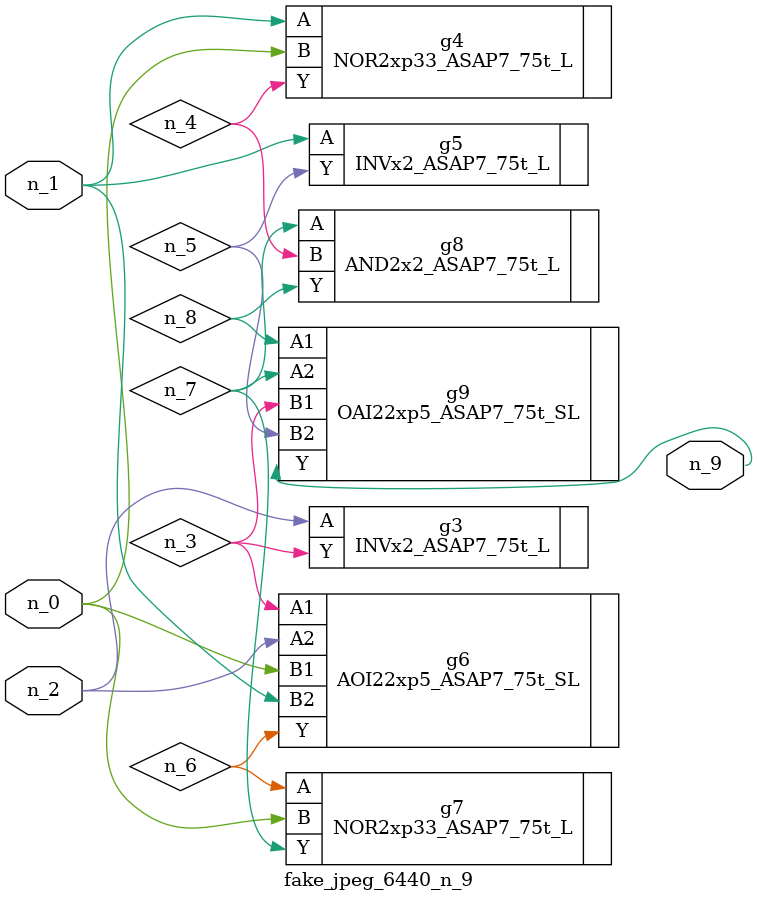
<source format=v>
module fake_jpeg_6440_n_9 (n_0, n_2, n_1, n_9);

input n_0;
input n_2;
input n_1;

output n_9;

wire n_3;
wire n_4;
wire n_8;
wire n_6;
wire n_5;
wire n_7;

INVx2_ASAP7_75t_L g3 ( 
.A(n_2),
.Y(n_3)
);

NOR2xp33_ASAP7_75t_L g4 ( 
.A(n_1),
.B(n_0),
.Y(n_4)
);

INVx2_ASAP7_75t_L g5 ( 
.A(n_1),
.Y(n_5)
);

AOI22xp5_ASAP7_75t_SL g6 ( 
.A1(n_3),
.A2(n_2),
.B1(n_0),
.B2(n_1),
.Y(n_6)
);

NOR2xp33_ASAP7_75t_L g7 ( 
.A(n_6),
.B(n_0),
.Y(n_7)
);

AND2x2_ASAP7_75t_L g8 ( 
.A(n_7),
.B(n_4),
.Y(n_8)
);

OAI22xp5_ASAP7_75t_SL g9 ( 
.A1(n_8),
.A2(n_7),
.B1(n_3),
.B2(n_5),
.Y(n_9)
);


endmodule
</source>
